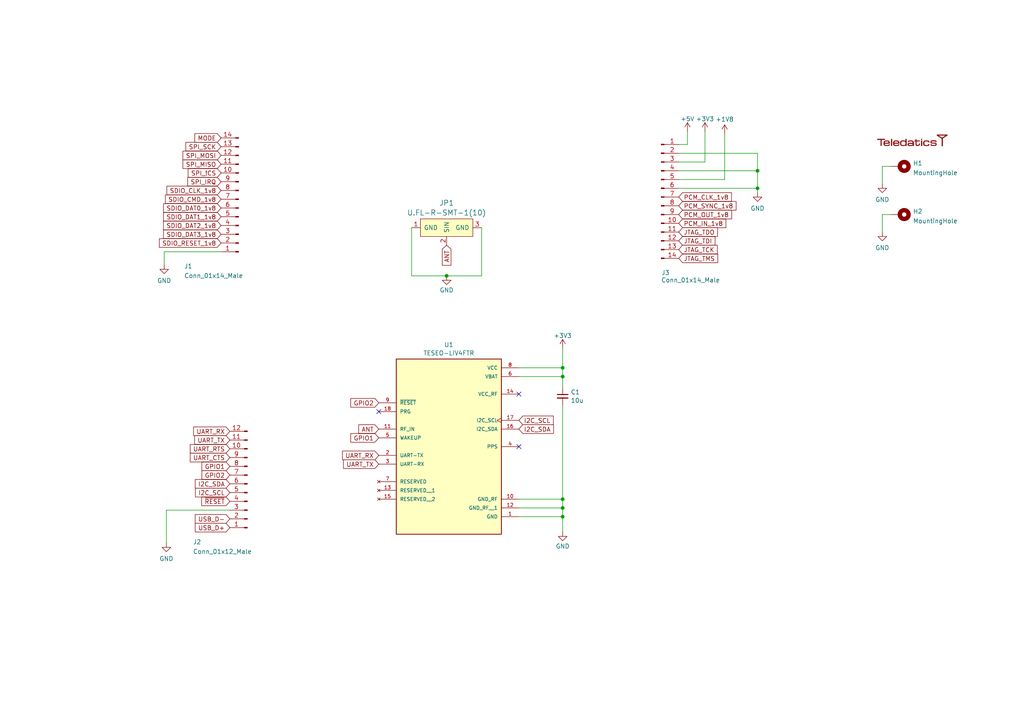
<source format=kicad_sch>
(kicad_sch (version 20231120) (generator "eeschema") (generator_version "8.0")
  (paper "A4")
  (title_block (title "TD-WRLS GPS hAT") (date "2024-09-02") (rev "1.0") (company "Teledatics Inc") (comment 1 "James Ewing"))
  (lib_symbols
    (symbol "Conn_01x14_Male_1" (pin_names (offset 1.016) hide)
      (property "Reference" "J" (at 0 17.78 0))
      (property "Value" "Conn_01x14_Male_1" (at 0 -20.32 0))
      (symbol "Conn_01x14_Male_1_1_1"
        (polyline (pts (xy 1.27 -17.78) (xy 0.8636 -17.78)) (stroke (width 0.1524)))
        (polyline (pts (xy 1.27 -15.24) (xy 0.8636 -15.24)) (stroke (width 0.1524)))
        (polyline (pts (xy 1.27 -12.7) (xy 0.8636 -12.7)) (stroke (width 0.1524)))
        (polyline (pts (xy 1.27 -10.16) (xy 0.8636 -10.16)) (stroke (width 0.1524)))
        (polyline (pts (xy 1.27 -7.62) (xy 0.8636 -7.62)) (stroke (width 0.1524)))
        (polyline (pts (xy 1.27 -5.08) (xy 0.8636 -5.08)) (stroke (width 0.1524)))
        (polyline (pts (xy 1.27 -2.54) (xy 0.8636 -2.54)) (stroke (width 0.1524)))
        (polyline (pts (xy 1.27 0) (xy 0.8636 0)) (stroke (width 0.1524)))
        (polyline (pts (xy 1.27 2.54) (xy 0.8636 2.54)) (stroke (width 0.1524)))
        (polyline (pts (xy 1.27 5.08) (xy 0.8636 5.08)) (stroke (width 0.1524)))
        (polyline (pts (xy 1.27 7.62) (xy 0.8636 7.62)) (stroke (width 0.1524)))
        (polyline (pts (xy 1.27 10.16) (xy 0.8636 10.16)) (stroke (width 0.1524)))
        (polyline (pts (xy 1.27 12.7) (xy 0.8636 12.7)) (stroke (width 0.1524)))
        (polyline (pts (xy 1.27 15.24) (xy 0.8636 15.24)) (stroke (width 0.1524)))
        (rectangle (start 0.8636 -17.653) (end 0 -17.907) (stroke (width 0.1524)) (fill (type outline)))
        (rectangle (start 0.8636 -15.113) (end 0 -15.367) (stroke (width 0.1524)) (fill (type outline)))
        (rectangle (start 0.8636 -12.573) (end 0 -12.827) (stroke (width 0.1524)) (fill (type outline)))
        (rectangle (start 0.8636 -10.033) (end 0 -10.287) (stroke (width 0.1524)) (fill (type outline)))
        (rectangle (start 0.8636 -7.493) (end 0 -7.747) (stroke (width 0.1524)) (fill (type outline)))
        (rectangle (start 0.8636 -4.953) (end 0 -5.207) (stroke (width 0.1524)) (fill (type outline)))
        (rectangle (start 0.8636 -2.413) (end 0 -2.667) (stroke (width 0.1524)) (fill (type outline)))
        (rectangle (start 0.8636 0.127) (end 0 -0.127) (stroke (width 0.1524)) (fill (type outline)))
        (rectangle (start 0.8636 2.667) (end 0 2.413) (stroke (width 0.1524)) (fill (type outline)))
        (rectangle (start 0.8636 5.207) (end 0 4.953) (stroke (width 0.1524)) (fill (type outline)))
        (rectangle (start 0.8636 7.747) (end 0 7.493) (stroke (width 0.1524)) (fill (type outline)))
        (rectangle (start 0.8636 10.287) (end 0 10.033) (stroke (width 0.1524)) (fill (type outline)))
        (rectangle (start 0.8636 12.827) (end 0 12.573) (stroke (width 0.1524)) (fill (type outline)))
        (rectangle (start 0.8636 15.367) (end 0 15.113) (stroke (width 0.1524)) (fill (type outline)))
        (pin passive line (at 5.08 15.24 180) (length 3.81) (name "Pin_1") (number "1"))
        (pin passive line (at 5.08 -7.62 180) (length 3.81) (name "Pin_10") (number "10"))
        (pin passive line (at 5.08 -10.16 180) (length 3.81) (name "Pin_11") (number "11"))
        (pin passive line (at 5.08 -12.7 180) (length 3.81) (name "Pin_12") (number "12"))
        (pin passive line (at 5.08 -15.24 180) (length 3.81) (name "Pin_13") (number "13"))
        (pin passive line (at 5.08 -17.78 180) (length 3.81) (name "Pin_14") (number "14"))
        (pin passive line (at 5.08 12.7 180) (length 3.81) (name "Pin_2") (number "2"))
        (pin passive line (at 5.08 10.16 180) (length 3.81) (name "Pin_3") (number "3"))
        (pin passive line (at 5.08 7.62 180) (length 3.81) (name "Pin_4") (number "4"))
        (pin passive line (at 5.08 5.08 180) (length 3.81) (name "Pin_5") (number "5"))
        (pin passive line (at 5.08 2.54 180) (length 3.81) (name "Pin_6") (number "6"))
        (pin passive line (at 5.08 0 180) (length 3.81) (name "Pin_7") (number "7"))
        (pin passive line (at 5.08 -2.54 180) (length 3.81) (name "Pin_8") (number "8"))
        (pin passive line (at 5.08 -5.08 180) (length 3.81) (name "Pin_9") (number "9"))
      )
    )
    (symbol "Connector:Conn_01x12_Male" (pin_names (offset 1.016) hide)
      (property "Reference" "J" (at 0 15.24 0))
      (property "Value" "Conn_01x12_Male" (at 0 -17.78 0))
      (symbol "Conn_01x12_Male_1_1"
        (polyline (pts (xy 1.27 -15.24) (xy 0.8636 -15.24)) (stroke (width 0.1524)))
        (polyline (pts (xy 1.27 -12.7) (xy 0.8636 -12.7)) (stroke (width 0.1524)))
        (polyline (pts (xy 1.27 -10.16) (xy 0.8636 -10.16)) (stroke (width 0.1524)))
        (polyline (pts (xy 1.27 -7.62) (xy 0.8636 -7.62)) (stroke (width 0.1524)))
        (polyline (pts (xy 1.27 -5.08) (xy 0.8636 -5.08)) (stroke (width 0.1524)))
        (polyline (pts (xy 1.27 -2.54) (xy 0.8636 -2.54)) (stroke (width 0.1524)))
        (polyline (pts (xy 1.27 0) (xy 0.8636 0)) (stroke (width 0.1524)))
        (polyline (pts (xy 1.27 2.54) (xy 0.8636 2.54)) (stroke (width 0.1524)))
        (polyline (pts (xy 1.27 5.08) (xy 0.8636 5.08)) (stroke (width 0.1524)))
        (polyline (pts (xy 1.27 7.62) (xy 0.8636 7.62)) (stroke (width 0.1524)))
        (polyline (pts (xy 1.27 10.16) (xy 0.8636 10.16)) (stroke (width 0.1524)))
        (polyline (pts (xy 1.27 12.7) (xy 0.8636 12.7)) (stroke (width 0.1524)))
        (rectangle (start 0.8636 -15.113) (end 0 -15.367) (stroke (width 0.1524)) (fill (type outline)))
        (rectangle (start 0.8636 -12.573) (end 0 -12.827) (stroke (width 0.1524)) (fill (type outline)))
        (rectangle (start 0.8636 -10.033) (end 0 -10.287) (stroke (width 0.1524)) (fill (type outline)))
        (rectangle (start 0.8636 -7.493) (end 0 -7.747) (stroke (width 0.1524)) (fill (type outline)))
        (rectangle (start 0.8636 -4.953) (end 0 -5.207) (stroke (width 0.1524)) (fill (type outline)))
        (rectangle (start 0.8636 -2.413) (end 0 -2.667) (stroke (width 0.1524)) (fill (type outline)))
        (rectangle (start 0.8636 0.127) (end 0 -0.127) (stroke (width 0.1524)) (fill (type outline)))
        (rectangle (start 0.8636 2.667) (end 0 2.413) (stroke (width 0.1524)) (fill (type outline)))
        (rectangle (start 0.8636 5.207) (end 0 4.953) (stroke (width 0.1524)) (fill (type outline)))
        (rectangle (start 0.8636 7.747) (end 0 7.493) (stroke (width 0.1524)) (fill (type outline)))
        (rectangle (start 0.8636 10.287) (end 0 10.033) (stroke (width 0.1524)) (fill (type outline)))
        (rectangle (start 0.8636 12.827) (end 0 12.573) (stroke (width 0.1524)) (fill (type outline)))
        (pin passive line (at 5.08 12.7 180) (length 3.81) (name "Pin_1") (number "1"))
        (pin passive line (at 5.08 -10.16 180) (length 3.81) (name "Pin_10") (number "10"))
        (pin passive line (at 5.08 -12.7 180) (length 3.81) (name "Pin_11") (number "11"))
        (pin passive line (at 5.08 -15.24 180) (length 3.81) (name "Pin_12") (number "12"))
        (pin passive line (at 5.08 10.16 180) (length 3.81) (name "Pin_2") (number "2"))
        (pin passive line (at 5.08 7.62 180) (length 3.81) (name "Pin_3") (number "3"))
        (pin passive line (at 5.08 5.08 180) (length 3.81) (name "Pin_4") (number "4"))
        (pin passive line (at 5.08 2.54 180) (length 3.81) (name "Pin_5") (number "5"))
        (pin passive line (at 5.08 0 180) (length 3.81) (name "Pin_6") (number "6"))
        (pin passive line (at 5.08 -2.54 180) (length 3.81) (name "Pin_7") (number "7"))
        (pin passive line (at 5.08 -5.08 180) (length 3.81) (name "Pin_8") (number "8"))
        (pin passive line (at 5.08 -7.62 180) (length 3.81) (name "Pin_9") (number "9"))
      )
    )
    (symbol "Connector:Conn_01x14_Male" (pin_names (offset 1.016) hide)
      (property "Reference" "J" (at 0 17.78 0))
      (property "Value" "Conn_01x14_Male" (at 0 -20.32 0))
      (symbol "Conn_01x14_Male_1_1"
        (polyline (pts (xy 1.27 -17.78) (xy 0.8636 -17.78)) (stroke (width 0.1524)))
        (polyline (pts (xy 1.27 -15.24) (xy 0.8636 -15.24)) (stroke (width 0.1524)))
        (polyline (pts (xy 1.27 -12.7) (xy 0.8636 -12.7)) (stroke (width 0.1524)))
        (polyline (pts (xy 1.27 -10.16) (xy 0.8636 -10.16)) (stroke (width 0.1524)))
        (polyline (pts (xy 1.27 -7.62) (xy 0.8636 -7.62)) (stroke (width 0.1524)))
        (polyline (pts (xy 1.27 -5.08) (xy 0.8636 -5.08)) (stroke (width 0.1524)))
        (polyline (pts (xy 1.27 -2.54) (xy 0.8636 -2.54)) (stroke (width 0.1524)))
        (polyline (pts (xy 1.27 0) (xy 0.8636 0)) (stroke (width 0.1524)))
        (polyline (pts (xy 1.27 2.54) (xy 0.8636 2.54)) (stroke (width 0.1524)))
        (polyline (pts (xy 1.27 5.08) (xy 0.8636 5.08)) (stroke (width 0.1524)))
        (polyline (pts (xy 1.27 7.62) (xy 0.8636 7.62)) (stroke (width 0.1524)))
        (polyline (pts (xy 1.27 10.16) (xy 0.8636 10.16)) (stroke (width 0.1524)))
        (polyline (pts (xy 1.27 12.7) (xy 0.8636 12.7)) (stroke (width 0.1524)))
        (polyline (pts (xy 1.27 15.24) (xy 0.8636 15.24)) (stroke (width 0.1524)))
        (rectangle (start 0.8636 -17.653) (end 0 -17.907) (stroke (width 0.1524)) (fill (type outline)))
        (rectangle (start 0.8636 -15.113) (end 0 -15.367) (stroke (width 0.1524)) (fill (type outline)))
        (rectangle (start 0.8636 -12.573) (end 0 -12.827) (stroke (width 0.1524)) (fill (type outline)))
        (rectangle (start 0.8636 -10.033) (end 0 -10.287) (stroke (width 0.1524)) (fill (type outline)))
        (rectangle (start 0.8636 -7.493) (end 0 -7.747) (stroke (width 0.1524)) (fill (type outline)))
        (rectangle (start 0.8636 -4.953) (end 0 -5.207) (stroke (width 0.1524)) (fill (type outline)))
        (rectangle (start 0.8636 -2.413) (end 0 -2.667) (stroke (width 0.1524)) (fill (type outline)))
        (rectangle (start 0.8636 0.127) (end 0 -0.127) (stroke (width 0.1524)) (fill (type outline)))
        (rectangle (start 0.8636 2.667) (end 0 2.413) (stroke (width 0.1524)) (fill (type outline)))
        (rectangle (start 0.8636 5.207) (end 0 4.953) (stroke (width 0.1524)) (fill (type outline)))
        (rectangle (start 0.8636 7.747) (end 0 7.493) (stroke (width 0.1524)) (fill (type outline)))
        (rectangle (start 0.8636 10.287) (end 0 10.033) (stroke (width 0.1524)) (fill (type outline)))
        (rectangle (start 0.8636 12.827) (end 0 12.573) (stroke (width 0.1524)) (fill (type outline)))
        (rectangle (start 0.8636 15.367) (end 0 15.113) (stroke (width 0.1524)) (fill (type outline)))
        (pin passive line (at 5.08 15.24 180) (length 3.81) (name "Pin_1") (number "1"))
        (pin passive line (at 5.08 -7.62 180) (length 3.81) (name "Pin_10") (number "10"))
        (pin passive line (at 5.08 -10.16 180) (length 3.81) (name "Pin_11") (number "11"))
        (pin passive line (at 5.08 -12.7 180) (length 3.81) (name "Pin_12") (number "12"))
        (pin passive line (at 5.08 -15.24 180) (length 3.81) (name "Pin_13") (number "13"))
        (pin passive line (at 5.08 -17.78 180) (length 3.81) (name "Pin_14") (number "14"))
        (pin passive line (at 5.08 12.7 180) (length 3.81) (name "Pin_2") (number "2"))
        (pin passive line (at 5.08 10.16 180) (length 3.81) (name "Pin_3") (number "3"))
        (pin passive line (at 5.08 7.62 180) (length 3.81) (name "Pin_4") (number "4"))
        (pin passive line (at 5.08 5.08 180) (length 3.81) (name "Pin_5") (number "5"))
        (pin passive line (at 5.08 2.54 180) (length 3.81) (name "Pin_6") (number "6"))
        (pin passive line (at 5.08 0 180) (length 3.81) (name "Pin_7") (number "7"))
        (pin passive line (at 5.08 -2.54 180) (length 3.81) (name "Pin_8") (number "8"))
        (pin passive line (at 5.08 -5.08 180) (length 3.81) (name "Pin_9") (number "9"))
      )
    )
    (symbol "Device:C_Small" (pin_numbers hide) (pin_names (offset 0.254) hide)
      (property "Reference" "C" (at 0.254 1.778 0))
      (property "Value" "C_Small" (at 0.254 -2.032 0))
      (symbol "C_Small_0_1"
        (polyline (pts (xy -1.524 -0.508) (xy 1.524 -0.508)) (stroke (width 0.3302)))
        (polyline (pts (xy -1.524 0.508) (xy 1.524 0.508)) (stroke (width 0.3048)))
      )
      (symbol "C_Small_1_1"
        (pin passive line (at 0 2.54 270) (length 2.032) (name "~") (number "1"))
        (pin passive line (at 0 -2.54 90) (length 2.032) (name "~") (number "2"))
      )
    )
    (symbol "GND_1" (power) (pin_numbers hide) (pin_names (offset 0) hide)
      (property "Value" "GND" (at 0 -3.81 0))
      (symbol "GND_1_0_1"
        (polyline (pts (xy 0 0) (xy 0 -1.27) (xy 1.27 -1.27) (xy 0 -2.54) (xy -1.27 -1.27) (xy 0 -1.27)))
      )
      (symbol "GND_1_1_1"
        (pin power_in line (at 0 0 270) (length 0) (name "~") (number "1"))
      )
    )
    (symbol "Mechanical:MountingHole_Pad" (pin_numbers hide) (pin_names (offset 1.016) hide)
      (property "Reference" "H" (at 0 6.35 0))
      (property "Value" "MountingHole_Pad" (at 0 4.445 0))
      (symbol "MountingHole_Pad_0_1"
        (circle (center 0 1.27) (radius 1.27) (stroke (width 1.27)))
      )
      (symbol "MountingHole_Pad_1_1"
        (pin input line (at 0 -2.54 90) (length 2.54) (name "1") (number "1"))
      )
    )
    (symbol "RF_GPS:TESEO-LIV4FTR" (pin_names (offset 1.016))
      (property "Reference" "U" (at -15.24 22.86 0))
      (property "Value" "TESEO-LIV4FTR" (at -15.24 -30.48 0))
      (symbol "TESEO-LIV4FTR_0_0"
        (rectangle (start -15.24 -27.94) (end 15.24 22.86) (stroke (width 0.254)) (fill (type background)))
        (pin power_in line (at 20.32 -22.86 180) (length 5.08) (name "GND") (number "1"))
        (pin power_in line (at 20.32 -17.78 180) (length 5.08) (name "GND_RF") (number "10"))
        (pin input line (at -20.32 2.54 0) (length 5.08) (name "RF_IN") (number "11"))
        (pin power_in line (at 20.32 -20.32 180) (length 5.08) (name "GND_RF__1") (number "12"))
        (pin no_connect line (at -20.32 -15.24 0) (length 5.08) (name "RESERVED__1") (number "13"))
        (pin power_in line (at 20.32 12.7 180) (length 5.08) (name "VCC_RF") (number "14"))
        (pin no_connect line (at -20.32 -17.78 0) (length 5.08) (name "RESERVED__2") (number "15"))
        (pin bidirectional line (at 20.32 2.54 180) (length 5.08) (name "I2C_SDA") (number "16"))
        (pin bidirectional clock (at 20.32 5.08 180) (length 5.08) (name "I2C_SCL") (number "17"))
        (pin input line (at -20.32 7.62 0) (length 5.08) (name "PRG") (number "18"))
        (pin output line (at -20.32 -5.08 0) (length 5.08) (name "UART-TX") (number "2"))
        (pin input line (at -20.32 -7.62 0) (length 5.08) (name "UART-RX") (number "3"))
        (pin output line (at 20.32 -2.54 180) (length 5.08) (name "PPS") (number "4"))
        (pin input line (at -20.32 0 0) (length 5.08) (name "WAKEUP") (number "5"))
        (pin power_in line (at 20.32 17.78 180) (length 5.08) (name "VBAT") (number "6"))
        (pin no_connect line (at -20.32 -12.7 0) (length 5.08) (name "RESERVED") (number "7"))
        (pin power_in line (at 20.32 20.32 180) (length 5.08) (name "VCC") (number "8"))
        (pin input line (at -20.32 10.16 0) (length 5.08) (name "~{RESET}") (number "9"))
      )
    )
    (symbol "easyeda2kicad:U.FL-R-SMT-1(10)" (pin_names (offset 1.016))
      (property "Reference" "JP?" (at 0 7.62 0))
      (property "Value" "U.FL-R-SMT-1(10)" (at 0 -7.62 0))
      (symbol "U.FL-R-SMT-1(10)_1_1"
        (rectangle (start -7.62 5.08) (end 7.62 0) (fill (type background)))
        (pin unspecified line (at -10.16 2.54 0) (length 2.54) (name "GND") (number "1"))
        (pin unspecified line (at 0 -2.54 90) (length 2.54) (name "SIN") (number "2"))
        (pin unspecified line (at 10.16 2.54 180) (length 2.54) (name "GND") (number "3"))
      )
    )
    (symbol "power:+1V8" (power) (pin_numbers hide) (pin_names (offset 0) hide)
      (property "Value" "+1V8" (at 0 3.556 0))
      (symbol "+1V8_0_1"
        (polyline (pts (xy -0.762 1.27) (xy 0 2.54)))
        (polyline (pts (xy 0 0) (xy 0 2.54)))
        (polyline (pts (xy 0 2.54) (xy 0.762 1.27)))
      )
      (symbol "+1V8_1_1"
        (pin power_in line (at 0 0 90) (length 0) (name "~") (number "1"))
      )
    )
    (symbol "power:+3V3" (power) (pin_names (offset 0))
      (property "Value" "+3V3" (at 0 3.556 0))
      (symbol "+3V3_0_1"
        (polyline (pts (xy -0.762 1.27) (xy 0 2.54)))
        (polyline (pts (xy 0 0) (xy 0 2.54)))
        (polyline (pts (xy 0 2.54) (xy 0.762 1.27)))
      )
      (symbol "+3V3_1_1"
        (pin power_in line (at 0 0 90) (length 0) hide (name "+3V3") (number "1"))
      )
    )
    (symbol "power:+5V" (power) (pin_names (offset 0))
      (property "Value" "+5V" (at 0 3.556 0))
      (symbol "+5V_0_1"
        (polyline (pts (xy -0.762 1.27) (xy 0 2.54)))
        (polyline (pts (xy 0 0) (xy 0 2.54)))
        (polyline (pts (xy 0 2.54) (xy 0.762 1.27)))
      )
      (symbol "+5V_1_1"
        (pin power_in line (at 0 0 90) (length 0) hide (name "+5V") (number "1"))
      )
    )
    (symbol "power:GND" (power) (pin_names (offset 0))
      (property "Value" "GND" (at 0 -3.81 0))
      (symbol "GND_0_1"
        (polyline (pts (xy 0 0) (xy 0 -1.27) (xy 1.27 -1.27) (xy 0 -2.54) (xy -1.27 -1.27) (xy 0 -1.27)))
      )
      (symbol "GND_1_1"
        (pin power_in line (at 0 0 270) (length 0) hide (name "GND") (number "1"))
      )
    )
    (symbol "teledatics:teledatics_logo" (pin_names (offset 1.016))
      (symbol "teledatics_logo_0_0"
        (polyline (pts (xy -7.2151 15.5713) (xy -7.4728 15.5713) (xy -7.4728 13.5835) (xy -7.2151 13.5835) (xy -7.2151 15.5713)) (stroke (width 0.01)) (fill (type outline)))
        (polyline (pts (xy 1.5008 14.3289) (xy 1.4909 15.0744) (xy 1.3712 15.0859) (xy 1.2516 15.0974) (xy 1.2516 13.5835) (xy 1.5108 13.5835) (xy 1.5008 14.3289)) (stroke (width 0.01)) (fill (type outline)))
        (polyline (pts (xy -10.2705 15.3505) (xy -9.2765 15.3505) (xy -9.2765 15.5713) (xy -11.4852 15.5713) (xy -11.4852 15.3505) (xy -10.4913 15.3505) (xy -10.4913 13.5835) (xy -10.2705 13.5835) (xy -10.2705 15.3505)) (stroke (width 0.01)) (fill (type outline)))
        (polyline (pts (xy 1.3712 15.3205) (xy 1.4365 15.331) (xy 1.4845 15.3674) (xy 1.5024 15.4517) (xy 1.5038 15.4665) (xy 1.5031 15.5383) (xy 1.4695 15.5665) (xy 1.3827 15.5713) (xy 1.3672 15.5713) (xy 1.288 15.5638) (xy 1.2569 15.5275) (xy 1.2516 15.4402) (xy 1.2516 15.424) (xy 1.2585 15.3459) (xy 1.2916 15.3182) (xy 1.3712 15.3205)) (stroke (width 0.01)) (fill (type outline)))
        (polyline (pts (xy 7.4727 15.7479) (xy 8.1722 16.1778) (xy 8.2692 16.2379) (xy 8.4621 16.3604) (xy 8.6278 16.4698) (xy 8.7572 16.5598) (xy 8.8415 16.6242) (xy 8.8716 16.657) (xy 8.8718 16.6827) (xy 8.87 16.7187) (xy 8.8601 16.748) (xy 8.8354 16.7712) (xy 8.7894 16.789) (xy 8.7155 16.8022) (xy 8.6073 16.8115) (xy 8.4582 16.8175) (xy 8.2615 16.8209) (xy 8.0109 16.8225) (xy 7.6998 16.8229) (xy 7.3215 16.8229) (xy 7.1795 16.8228) (xy 6.864 16.8216) (xy 6.5759 16.8193) (xy 6.3229 16.8159) (xy 6.1127 16.8117) (xy 5.9529 16.8068) (xy 5.8513 16.8013) (xy 5.8157 16.7953) (xy 5.8116 16.7651) (xy 5.7946 16.6909) (xy 5.7933 16.6852) (xy 5.7973 16.6554) (xy 5.8228 16.6183) (xy 5.8605 16.5837) (xy 6.2085 16.5837) (xy 6.767 16.5938) (xy 7.0269 16.597) (xy 7.3236 16.598) (xy 7.6199 16.597) (xy 7.8792 16.5938) (xy 8.4329 16.5837) (xy 7.879 16.2431) (xy 7.7218 16.1472) (xy 7.5591 16.0497) (xy 7.4271 15.9723) (xy 7.3364 15.9215) (xy 7.2976 15.9033) (xy 7.2719 15.9154) (xy 7.1921 15.9615) (xy 7.0697 16.036) (xy 6.9152 16.1323) (xy 6.7394 16.2439) (xy 6.2085 16.5837) (xy 5.8605 16.5837) (xy 5.8767 16.5688) (xy 5.9658 16.5015) (xy 6.097 16.4113) (xy 6.2771 16.2928) (xy 6.5129 16.1409) (xy 7.2519 15.6676) (xy 7.2519 13.5099) (xy 7.4727 13.5099) (xy 7.4727 15.7479)) (stroke (width 0.01)) (fill (type outline)))
        (polyline (pts (xy 0.3894 13.5965) (xy 0.5503 13.6316) (xy 0.558 13.6344) (xy 0.6881 13.7212) (xy 0.7805 13.8691) (xy 0.8331 14.0745) (xy 0.8567 14.2461) (xy 0.7412 14.2461) (xy 0.7241 14.246) (xy 0.6575 14.2371) (xy 0.6307 14.198) (xy 0.6258 14.1071) (xy 0.6256 14.0948) (xy 0.6073 13.9785) (xy 0.5685 13.8862) (xy 0.5681 13.8857) (xy 0.5291 13.8428) (xy 0.4746 13.8182) (xy 0.3853 13.807) (xy 0.2417 13.8044) (xy 0.1943 13.8047) (xy 0.0558 13.8119) (xy -0.0297 13.831) (xy -0.0783 13.8652) (xy -0.097 13.9034) (xy -0.1175 14.0047) (xy -0.1322 14.1675) (xy -0.1417 14.3978) (xy -0.1546 14.8697) (xy 0.7914 14.8903) (xy 0.8031 14.9915) (xy 0.8147 15.0928) (xy -0.1473 15.0928) (xy -0.1473 15.2983) (xy -0.1492 15.4127) (xy -0.1617 15.472) (xy -0.1946 15.4943) (xy -0.2577 15.4977) (xy -0.2594 15.4977) (xy -0.3218 15.4941) (xy -0.3541 15.4712) (xy -0.3663 15.411) (xy -0.3681 15.2952) (xy -0.3681 15.0928) (xy -0.5362 15.0928) (xy -0.6017 15.0921) (xy -0.6708 15.083) (xy -0.695 15.0534) (xy -0.6927 14.9915) (xy -0.6911 14.9786) (xy -0.6726 14.9199) (xy -0.6244 14.8916) (xy -0.5246 14.879) (xy -0.3681 14.8677) (xy -0.3676 14.382) (xy -0.3675 14.3492) (xy -0.3637 14.1237) (xy -0.3517 13.9579) (xy -0.3276 13.8396) (xy -0.2879 13.7567) (xy -0.2288 13.6969) (xy -0.1468 13.648) (xy -0.1251 13.6382) (xy 0.0218 13.6004) (xy 0.2033 13.5863) (xy 0.3894 13.5965)) (stroke (width 0.01)) (fill (type outline)))
        (polyline (pts (xy -3.6654 13.5797) (xy -3.4808 13.6346) (xy -3.3474 13.7146) (xy -3.3046 13.7508) (xy -3.2803 13.7485) (xy -3.2763 13.6812) (xy -3.2699 13.621) (xy -3.2343 13.5901) (xy -3.1474 13.5835) (xy -3.0186 13.5835) (xy -3.0186 15.5713) (xy -3.2763 15.5713) (xy -3.2763 14.9805) (xy -3.3936 15.0411) (xy -3.4252 15.0551) (xy -3.5639 15.091) (xy -3.7453 15.1142) (xy -3.9464 15.1234) (xy -4.1445 15.1174) (xy -4.3165 15.0947) (xy -4.3415 15.0892) (xy -4.5321 15.0253) (xy -4.6708 14.927) (xy -4.7632 14.7861) (xy -4.8152 14.5943) (xy -4.8325 14.3431) (xy -4.831 14.3095) (xy -4.6013 14.3095) (xy -4.5886 14.5117) (xy -4.5451 14.6795) (xy -4.4739 14.7954) (xy -4.4667 14.8025) (xy -4.419 14.8431) (xy -4.3642 14.8697) (xy -4.2856 14.8861) (xy -4.1667 14.8959) (xy -3.9908 14.9029) (xy -3.9353 14.9045) (xy -3.7195 14.9034) (xy -3.5624 14.8861) (xy -3.4523 14.8489) (xy -3.3776 14.7884) (xy -3.3269 14.7011) (xy -3.3236 14.6926) (xy -3.2962 14.5739) (xy -3.2808 14.4146) (xy -3.2777 14.2427) (xy -3.2877 14.0865) (xy -3.3114 13.9743) (xy -3.3562 13.8997) (xy -3.4366 13.8229) (xy -3.5284 13.7869) (xy -3.677 13.7603) (xy -3.8578 13.7472) (xy -4.0499 13.7489) (xy -4.2324 13.7669) (xy -4.3506 13.7929) (xy -4.4713 13.8556) (xy -4.5449 13.9607) (xy -4.5858 14.1227) (xy -4.6013 14.3095) (xy -4.831 14.3095) (xy -4.8226 14.1256) (xy -4.7786 13.924) (xy -4.6952 13.7744) (xy -4.5676 13.6688) (xy -4.3909 13.599) (xy -4.3407 13.5866) (xy -4.114 13.5537) (xy -3.8827 13.5521) (xy -3.6654 13.5797)) (stroke (width 0.01)) (fill (type outline)))
        (polyline (pts (xy 3.0093 13.5598) (xy 3.1958 13.5855) (xy 3.2149 13.5899) (xy 3.3919 13.6641) (xy 3.5192 13.7844) (xy 3.5882 13.9424) (xy 3.5928 13.965) (xy 3.5993 14.0324) (xy 3.5682 14.058) (xy 3.4816 14.0621) (xy 3.419 14.0594) (xy 3.3639 14.0387) (xy 3.3498 13.9884) (xy 3.347 13.9552) (xy 3.2932 13.8585) (xy 3.1725 13.7897) (xy 2.9858 13.7496) (xy 2.9405 13.7449) (xy 2.7124 13.737) (xy 2.5047 13.7548) (xy 2.3344 13.7959) (xy 2.2183 13.8578) (xy 2.1967 13.8773) (xy 2.1564 13.9269) (xy 2.1315 13.9928) (xy 2.1166 14.0942) (xy 2.1062 14.2501) (xy 2.1025 14.4512) (xy 2.1209 14.624) (xy 2.1676 14.7452) (xy 2.2467 14.825) (xy 2.3623 14.8737) (xy 2.3949 14.8815) (xy 2.5433 14.9015) (xy 2.7173 14.9078) (xy 2.8972 14.9014) (xy 3.0631 14.8836) (xy 3.1953 14.8556) (xy 3.2741 14.8186) (xy 3.324 14.7565) (xy 3.3498 14.6821) (xy 3.3538 14.654) (xy 3.3911 14.6226) (xy 3.4827 14.6142) (xy 3.4993 14.6143) (xy 3.577 14.6203) (xy 3.6015 14.6485) (xy 3.5906 14.7155) (xy 3.5677 14.7892) (xy 3.4754 14.9413) (xy 3.3371 15.0376) (xy 3.2156 15.075) (xy 3.0255 15.1047) (xy 2.8115 15.1158) (xy 2.5927 15.109) (xy 2.3884 15.0852) (xy 2.2178 15.0451) (xy 2.1002 14.9894) (xy 2.082 14.9755) (xy 1.98 14.8731) (xy 1.914 14.7479) (xy 1.8781 14.5836) (xy 1.8661 14.3641) (xy 1.867 14.2462) (xy 1.8847 14.0242) (xy 1.9287 13.8587) (xy 2.0044 13.7395) (xy 2.1174 13.6563) (xy 2.2731 13.5987) (xy 2.3613 13.5799) (xy 2.5619 13.5574) (xy 2.788 13.5506) (xy 3.0093 13.5598)) (stroke (width 0.01)) (fill (type outline)))
        (polyline (pts (xy -8.6323 13.5602) (xy -8.5125 13.5646) (xy -8.292 13.5849) (xy -8.1303 13.6229) (xy -8.0175 13.6831) (xy -7.9442 13.7698) (xy -7.9005 13.8872) (xy -7.8986 13.8953) (xy -7.8908 13.9586) (xy -7.9205 13.9839) (xy -8.0058 13.9884) (xy -8.0148 13.9884) (xy -8.1064 13.9744) (xy -8.1354 13.9341) (xy -8.1354 13.9325) (xy -8.1656 13.8754) (xy -8.235 13.8144) (xy -8.2446 13.8084) (xy -8.3106 13.7793) (xy -8.4018 13.7611) (xy -8.5344 13.7518) (xy -8.7245 13.7492) (xy -8.8122 13.7499) (xy -9.0093 13.7602) (xy -9.1496 13.7868) (xy -9.2449 13.8349) (xy -9.3071 13.9095) (xy -9.3481 14.0157) (xy -9.3547 14.0389) (xy -9.3744 14.1108) (xy -9.3806 14.1638) (xy -9.3648 14.2009) (xy -9.3184 14.2248) (xy -9.2328 14.2384) (xy -9.0994 14.2446) (xy -8.9095 14.2462) (xy -8.6547 14.2461) (xy -8.5448 14.2461) (xy -8.3097 14.2466) (xy -8.1362 14.2507) (xy -8.0155 14.262) (xy -7.939 14.284) (xy -7.8979 14.32) (xy -7.8836 14.3736) (xy -7.8873 14.4482) (xy -7.9005 14.5473) (xy -7.9508 14.7394) (xy -8.0605 14.9098) (xy -8.2274 15.0344) (xy -8.2404 15.041) (xy -8.3264 15.0762) (xy -8.4253 15.0975) (xy -8.5574 15.1079) (xy -8.7428 15.1105) (xy -8.8846 15.1072) (xy -9.1341 15.0785) (xy -9.324 15.0153) (xy -9.4609 14.9119) (xy -9.551 14.7621) (xy -9.6009 14.56) (xy -9.6043 14.505) (xy -9.387 14.505) (xy -9.3863 14.528) (xy -9.3506 14.6731) (xy -9.2718 14.7942) (xy -9.1646 14.8669) (xy -9.1429 14.8736) (xy -9.0077 14.8969) (xy -8.8371 14.9069) (xy -8.658 14.9037) (xy -8.4976 14.8877) (xy -8.3827 14.8592) (xy -8.2717 14.7994) (xy -8.1893 14.7041) (xy -8.1472 14.5623) (xy -8.1257 14.4302) (xy -8.7564 14.4302) (xy -8.9702 14.4305) (xy -9.1402 14.4322) (xy -9.2564 14.4366) (xy -9.3289 14.4448) (xy -9.368 14.4582) (xy -9.3839 14.4778) (xy -9.387 14.505) (xy -9.6043 14.505) (xy -9.617 14.2997) (xy -9.6168 14.2306) (xy -9.6088 14.0743) (xy -9.5872 13.9631) (xy -9.5487 13.8759) (xy -9.5054 13.811) (xy -9.3526 13.6665) (xy -9.1616 13.5814) (xy -9.104 13.5722) (xy -8.976 13.5631) (xy -8.8116 13.5587) (xy -8.6323 13.5602)) (stroke (width 0.01)) (fill (type outline)))
        (polyline (pts (xy -5.8715 13.5602) (xy -5.7516 13.5646) (xy -5.5311 13.5849) (xy -5.3694 13.6229) (xy -5.2567 13.6831) (xy -5.1833 13.7698) (xy -5.1396 13.8872) (xy -5.1377 13.8953) (xy -5.1299 13.9586) (xy -5.1597 13.9839) (xy -5.245 13.9884) (xy -5.254 13.9884) (xy -5.3455 13.9744) (xy -5.3745 13.9341) (xy -5.3746 13.9325) (xy -5.4047 13.8754) (xy -5.4742 13.8144) (xy -5.4838 13.8084) (xy -5.5497 13.7793) (xy -5.6409 13.7611) (xy -5.7736 13.7518) (xy -5.9636 13.7492) (xy -6.0513 13.7499) (xy -6.2484 13.7602) (xy -6.3887 13.7868) (xy -6.484 13.8349) (xy -6.5463 13.9095) (xy -6.5873 14.0157) (xy -6.5938 14.0389) (xy -6.6135 14.1108) (xy -6.6197 14.1638) (xy -6.604 14.2009) (xy -6.5576 14.2248) (xy -6.472 14.2384) (xy -6.3385 14.2446) (xy -6.1487 14.2462) (xy -5.8938 14.2461) (xy -5.7839 14.2461) (xy -5.5489 14.2466) (xy -5.3753 14.2507) (xy -5.2546 14.262) (xy -5.1781 14.284) (xy -5.137 14.32) (xy -5.1227 14.3736) (xy -5.1265 14.4482) (xy -5.1396 14.5473) (xy -5.1899 14.7394) (xy -5.2996 14.9098) (xy -5.4665 15.0344) (xy -5.4796 15.041) (xy -5.5655 15.0762) (xy -5.6645 15.0975) (xy -5.7965 15.1079) (xy -5.9819 15.1105) (xy -6.1237 15.1072) (xy -6.3732 15.0785) (xy -6.5632 15.0153) (xy -6.7 14.9119) (xy -6.7902 14.7621) (xy -6.8401 14.56) (xy -6.8435 14.505) (xy -6.6261 14.505) (xy -6.6254 14.528) (xy -6.5897 14.6731) (xy -6.5109 14.7942) (xy -6.4037 14.8669) (xy -6.382 14.8736) (xy -6.2468 14.8969) (xy -6.0762 14.9069) (xy -5.8972 14.9037) (xy -5.7367 14.8877) (xy -5.6218 14.8592) (xy -5.5108 14.7994) (xy -5.4284 14.7041) (xy -5.3863 14.5623) (xy -5.3649 14.4302) (xy -5.9955 14.4302) (xy -6.2093 14.4305) (xy -6.3794 14.4322) (xy -6.4955 14.4366) (xy -6.568 14.4448) (xy -6.6071 14.4582) (xy -6.6231 14.4778) (xy -6.6261 14.505) (xy -6.8435 14.505) (xy -6.8562 14.2997) (xy -6.8559 14.2306) (xy -6.8479 14.0743) (xy -6.8263 13.9631) (xy -6.7879 13.8759) (xy -6.7445 13.811) (xy -6.5917 13.6665) (xy -6.4007 13.5814) (xy -6.3431 13.5722) (xy -6.2152 13.5631) (xy -6.0507 13.5587) (xy -5.8715 13.5602)) (stroke (width 0.01)) (fill (type outline)))
        (polyline (pts (xy -1.6111 13.5598) (xy -1.4755 13.5826) (xy -1.3625 13.6314) (xy -1.2641 13.6995) (xy -1.178 13.7804) (xy -1.178 13.682) (xy -1.1705 13.6181) (xy -1.1331 13.5895) (xy -1.0441 13.5835) (xy -0.9102 13.5835) (xy -0.9286 14.1081) (xy -0.937 14.2987) (xy -0.9544 14.5133) (xy -0.9808 14.6753) (xy -1.0194 14.7972) (xy -1.0733 14.8912) (xy -1.1456 14.9696) (xy -1.2906 15.0567) (xy -1.5018 15.111) (xy -1.7744 15.1294) (xy -1.7921 15.1293) (xy -2.0618 15.1128) (xy -2.2799 15.0676) (xy -2.4417 14.996) (xy -2.5422 14.8999) (xy -2.5768 14.7816) (xy -2.5735 14.7366) (xy -2.5434 14.697) (xy -2.463 14.6879) (xy -2.3734 14.7032) (xy -2.331 14.757) (xy -2.3173 14.7906) (xy -2.2587 14.8457) (xy -2.1524 14.8822) (xy -1.9902 14.9025) (xy -1.7636 14.9087) (xy -1.6026 14.9075) (xy -1.4849 14.9015) (xy -1.4081 14.8875) (xy -1.3552 14.8623) (xy -1.3094 14.8226) (xy -1.2974 14.8086) (xy -1.252 14.7245) (xy -1.2125 14.6106) (xy -1.185 14.4911) (xy -1.1753 14.3904) (xy -1.1895 14.3328) (xy -1.2249 14.3329) (xy -1.2945 14.3628) (xy -1.3463 14.3813) (xy -1.4626 14.3986) (xy -1.6396 14.4086) (xy -1.8838 14.4118) (xy -2.0272 14.4114) (xy -2.1922 14.4084) (xy -2.3069 14.4011) (xy -2.3856 14.3875) (xy -2.4424 14.366) (xy -2.4912 14.3346) (xy -2.5301 14.3013) (xy -2.6221 14.1684) (xy -2.6649 14.0111) (xy -2.6628 13.9903) (xy -2.4296 13.9903) (xy -2.4293 14.0116) (xy -2.4185 14.0905) (xy -2.3846 14.146) (xy -2.3175 14.1815) (xy -2.2073 14.2006) (xy -2.0439 14.2068) (xy -1.8171 14.2036) (xy -1.6814 14.1997) (xy -1.5195 14.1927) (xy -1.4088 14.1825) (xy -1.3358 14.1671) (xy -1.2866 14.1441) (xy -1.2478 14.1114) (xy -1.2209 14.0796) (xy -1.1871 13.9785) (xy -1.2189 13.8821) (xy -1.3127 13.8084) (xy -1.3714 13.7899) (xy -1.5051 13.7675) (xy -1.6738 13.7523) (xy -1.8544 13.7456) (xy -2.024 13.7486) (xy -2.1595 13.7626) (xy -2.1912 13.7688) (xy -2.3294 13.815) (xy -2.406 13.8865) (xy -2.4296 13.9903) (xy -2.6628 13.9903) (xy -2.6495 13.8568) (xy -2.6251 13.7933) (xy -2.5664 13.7068) (xy -2.4733 13.647) (xy -2.3263 13.5982) (xy -2.1786 13.5708) (xy -1.9899 13.5543) (xy -1.7916 13.5505) (xy -1.6111 13.5598)) (stroke (width 0.01)) (fill (type outline)))
        (polyline (pts (xy 4.9003 13.5972) (xy 4.9953 13.6) (xy 5.2217 13.615) (xy 5.3901 13.6432) (xy 5.512 13.6882) (xy 5.5986 13.7536) (xy 5.6612 13.8432) (xy 5.6896 13.9254) (xy 5.6952 14.078) (xy 5.6571 14.2306) (xy 5.5805 14.3513) (xy 5.551 14.3795) (xy 5.5114 14.408) (xy 5.4601 14.4284) (xy 5.3846 14.4426) (xy 5.2726 14.453) (xy 5.1117 14.4616) (xy 4.8897 14.4705) (xy 4.6717 14.4796) (xy 4.5058 14.4893) (xy 4.3915 14.5007) (xy 4.3176 14.5154) (xy 4.2728 14.5348) (xy 4.2459 14.5608) (xy 4.2186 14.6084) (xy 4.2004 14.734) (xy 4.2487 14.8557) (xy 4.252 14.8601) (xy 4.2842 14.8898) (xy 4.3355 14.9103) (xy 4.4194 14.9238) (xy 4.5496 14.9327) (xy 4.7398 14.9393) (xy 4.8894 14.9411) (xy 5.1323 14.93) (xy 5.307 14.8996) (xy 5.4127 14.8501) (xy 5.4481 14.7818) (xy 5.4492 14.7704) (xy 5.4853 14.7353) (xy 5.5809 14.7247) (xy 5.5978 14.7247) (xy 5.6753 14.7308) (xy 5.6996 14.7589) (xy 5.6885 14.8259) (xy 5.6671 14.8918) (xy 5.6029 14.9922) (xy 5.5002 15.0647) (xy 5.3507 15.1124) (xy 5.146 15.1388) (xy 4.8775 15.1473) (xy 4.8102 15.1472) (xy 4.5802 15.1419) (xy 4.4066 15.1268) (xy 4.2756 15.0991) (xy 4.1737 15.0564) (xy 4.0872 14.996) (xy 4.0729 14.9838) (xy 4.0104 14.9161) (xy 3.9822 14.8383) (xy 3.9756 14.719) (xy 3.9829 14.586) (xy 4.0127 14.4746) (xy 4.0734 14.3936) (xy 4.1734 14.3384) (xy 4.3213 14.3046) (xy 4.5256 14.2876) (xy 4.7945 14.2829) (xy 4.8499 14.2828) (xy 5.0726 14.2782) (xy 5.2333 14.2646) (xy 5.3417 14.2383) (xy 5.4071 14.1962) (xy 5.4393 14.1348) (xy 5.4475 14.0508) (xy 5.439 13.9553) (xy 5.4192 13.8895) (xy 5.3904 13.8581) (xy 5.2817 13.8075) (xy 5.106 13.7775) (xy 4.8613 13.7676) (xy 4.7999 13.7678) (xy 4.597 13.773) (xy 4.4518 13.7878) (xy 4.3518 13.8153) (xy 4.2846 13.8584) (xy 4.2376 13.9202) (xy 4.2154 13.9524) (xy 4.1424 14.0107) (xy 4.0639 14.0312) (xy 4.0013 14.0115) (xy 3.9756 13.9492) (xy 3.9783 13.9065) (xy 4.0284 13.7812) (xy 4.1433 13.6849) (xy 4.3253 13.6154) (xy 4.3262 13.6152) (xy 4.4064 13.6049) (xy 4.5413 13.598) (xy 4.7121 13.5953) (xy 4.9003 13.5972)) (stroke (width 0.01)) (fill (type outline)))
      )
    )
  )
  (junction (at 163.195 109.22))
  (junction (at 129.54 80.01))
  (junction (at 163.195 106.68))
  (junction (at 219.71 49.53))
  (junction (at 163.195 149.86))
  (junction (at 219.71 54.61))
  (junction (at 163.195 144.78))
  (junction (at 163.195 147.32))
  (no_connect (at 150.495 114.3))
  (no_connect (at 109.855 119.38))
  (no_connect (at 150.495 129.54))
  (wire (pts (xy 196.85 49.53) (xy 219.71 49.53)))
  (wire (pts (xy 255.905 53.34) (xy 255.905 48.26)))
  (wire (pts (xy 129.54 80.01) (xy 139.7 80.01)))
  (wire (pts (xy 163.195 117.475) (xy 163.195 144.78)))
  (wire (pts (xy 119.38 66.04) (xy 119.38 80.01)))
  (wire (pts (xy 163.195 109.22) (xy 163.195 112.395)))
  (wire (pts (xy 255.905 67.31) (xy 255.905 62.23)))
  (wire (pts (xy 196.85 41.91) (xy 199.39 41.91)))
  (wire (pts (xy 48.26 147.955) (xy 48.26 157.48)))
  (wire (pts (xy 150.495 106.68) (xy 163.195 106.68)))
  (wire (pts (xy 119.38 80.01) (xy 129.54 80.01)))
  (wire (pts (xy 64.135 73.025) (xy 47.625 73.025)))
  (wire (pts (xy 219.71 49.53) (xy 219.71 54.61)))
  (wire (pts (xy 255.905 48.26) (xy 258.445 48.26)))
  (wire (pts (xy 139.7 66.04) (xy 139.7 80.01)))
  (wire (pts (xy 196.85 52.07) (xy 210.185 52.07)))
  (wire (pts (xy 150.495 147.32) (xy 163.195 147.32)))
  (wire (pts (xy 66.675 147.955) (xy 48.26 147.955)))
  (wire (pts (xy 150.495 109.22) (xy 163.195 109.22)))
  (wire (pts (xy 163.195 149.86) (xy 163.195 154.305)))
  (wire (pts (xy 196.85 54.61) (xy 219.71 54.61)))
  (wire (pts (xy 163.195 147.32) (xy 163.195 149.86)))
  (wire (pts (xy 196.85 46.99) (xy 204.47 46.99)))
  (wire (pts (xy 204.47 38.1) (xy 204.47 46.99)))
  (wire (pts (xy 199.39 38.1) (xy 199.39 41.91)))
  (wire (pts (xy 219.71 44.45) (xy 219.71 49.53)))
  (wire (pts (xy 210.185 52.07) (xy 210.185 38.735)))
  (wire (pts (xy 255.905 62.23) (xy 258.445 62.23)))
  (wire (pts (xy 47.625 73.025) (xy 47.625 76.835)))
  (wire (pts (xy 163.195 144.78) (xy 163.195 147.32)))
  (wire (pts (xy 196.85 44.45) (xy 219.71 44.45)))
  (wire (pts (xy 163.195 106.68) (xy 163.195 100.965)))
  (wire (pts (xy 150.495 144.78) (xy 163.195 144.78)))
  (wire (pts (xy 219.71 54.61) (xy 219.71 55.88)))
  (wire (pts (xy 163.195 109.22) (xy 163.195 106.68)))
  (wire (pts (xy 150.495 149.86) (xy 163.195 149.86)))
  (global_label "ANT" (shape input) (at 129.54 71.12 270) (property "Intersheetrefs" "${INTERSHEET_REFS}" (effects (hide yes))))
  (global_label "GPIO1" (shape input) (at 66.675 135.255 180) (property "Intersheetrefs" "${INTERSHEET_REFS}" (effects (hide yes))))
  (global_label "SPI_IRQ" (shape input) (at 64.135 52.705 180) (property "Intersheetrefs" "${INTERSHEET_REFS}" (effects (hide yes))))
  (global_label "PCM_IN_1v8" (shape input) (at 196.85 64.77 0) (property "Intersheetrefs" "${INTERSHEET_REFS}" (effects (hide yes))))
  (global_label "UART_CTS" (shape input) (at 66.675 132.715 180) (property "Intersheetrefs" "${INTERSHEET_REFS}" (effects (hide yes))))
  (global_label "SDIO_CLK_1v8" (shape input) (at 64.135 55.245 180) (property "Intersheetrefs" "${INTERSHEET_REFS}" (effects (hide yes))))
  (global_label "SDIO_DAT2_1v8" (shape input) (at 64.135 65.405 180) (property "Intersheetrefs" "${INTERSHEET_REFS}" (effects (hide yes))))
  (global_label "MODE" (shape input) (at 64.135 40.005 180) (property "Intersheetrefs" "${INTERSHEET_REFS}" (effects (hide yes))))
  (global_label "PCM_CLK_1v8" (shape input) (at 196.85 57.15 0) (property "Intersheetrefs" "${INTERSHEET_REFS}" (effects (hide yes))))
  (global_label "GPIO2" (shape input) (at 66.675 137.795 180) (property "Intersheetrefs" "${INTERSHEET_REFS}" (effects (hide yes))))
  (global_label "SDIO_CMD_1v8" (shape input) (at 64.135 57.785 180) (property "Intersheetrefs" "${INTERSHEET_REFS}" (effects (hide yes))))
  (global_label "I2C_SCL" (shape input) (at 150.495 121.92 0) (property "Intersheetrefs" "${INTERSHEET_REFS}" (effects (hide yes))))
  (global_label "SPI_!CS" (shape input) (at 64.135 50.165 180) (property "Intersheetrefs" "${INTERSHEET_REFS}" (effects (hide yes))))
  (global_label "USB_D+" (shape input) (at 66.675 153.035 180) (property "Intersheetrefs" "${INTERSHEET_REFS}" (effects (hide yes))))
  (global_label "ANT" (shape input) (at 109.855 124.46 180) (property "Intersheetrefs" "${INTERSHEET_REFS}" (effects (hide yes))))
  (global_label "JTAG_TDO" (shape input) (at 196.85 67.31 0) (property "Intersheetrefs" "${INTERSHEET_REFS}" (effects (hide yes))))
  (global_label "SPI_SCK" (shape input) (at 64.135 42.545 180) (property "Intersheetrefs" "${INTERSHEET_REFS}" (effects (hide yes))))
  (global_label "I2C_SDA" (shape input) (at 150.495 124.46 0) (property "Intersheetrefs" "${INTERSHEET_REFS}" (effects (hide yes))))
  (global_label "PCM_OUT_1v8" (shape input) (at 196.85 62.23 0) (property "Intersheetrefs" "${INTERSHEET_REFS}" (effects (hide yes))))
  (global_label "SDIO_DAT3_1v8" (shape input) (at 64.135 67.945 180) (property "Intersheetrefs" "${INTERSHEET_REFS}" (effects (hide yes))))
  (global_label "USB_D-" (shape input) (at 66.675 150.495 180) (property "Intersheetrefs" "${INTERSHEET_REFS}" (effects (hide yes))))
  (global_label "UART_TX" (shape input) (at 109.855 134.62 180) (property "Intersheetrefs" "${INTERSHEET_REFS}" (effects (hide yes))))
  (global_label "JTAG_TMS" (shape input) (at 196.85 74.93 0) (property "Intersheetrefs" "${INTERSHEET_REFS}" (effects (hide yes))))
  (global_label "JTAG_TCK" (shape input) (at 196.85 72.39 0) (property "Intersheetrefs" "${INTERSHEET_REFS}" (effects (hide yes))))
  (global_label "~{RESET}" (shape input) (at 66.675 145.415 180) (property "Intersheetrefs" "${INTERSHEET_REFS}" (effects (hide yes))))
  (global_label "JTAG_TDI" (shape input) (at 196.85 69.85 0) (property "Intersheetrefs" "${INTERSHEET_REFS}" (effects (hide yes))))
  (global_label "UART_RX" (shape input) (at 109.855 132.08 180) (property "Intersheetrefs" "${INTERSHEET_REFS}" (effects (hide yes))))
  (global_label "SDIO_RESET_1v8" (shape input) (at 64.135 70.485 180) (property "Intersheetrefs" "${INTERSHEET_REFS}" (effects (hide yes))))
  (global_label "UART_RX" (shape input) (at 66.675 125.095 180) (property "Intersheetrefs" "${INTERSHEET_REFS}" (effects (hide yes))))
  (global_label "SPI_MISO" (shape input) (at 64.135 47.625 180) (property "Intersheetrefs" "${INTERSHEET_REFS}" (effects (hide yes))))
  (global_label "I2C_SDA" (shape input) (at 66.675 140.335 180) (property "Intersheetrefs" "${INTERSHEET_REFS}" (effects (hide yes))))
  (global_label "SDIO_DAT0_1v8" (shape input) (at 64.135 60.325 180) (property "Intersheetrefs" "${INTERSHEET_REFS}" (effects (hide yes))))
  (global_label "I2C_SCL" (shape input) (at 66.675 142.875 180) (property "Intersheetrefs" "${INTERSHEET_REFS}" (effects (hide yes))))
  (global_label "PCM_SYNC_1v8" (shape input) (at 196.85 59.69 0) (property "Intersheetrefs" "${INTERSHEET_REFS}" (effects (hide yes))))
  (global_label "SDIO_DAT1_1v8" (shape input) (at 64.135 62.865 180) (property "Intersheetrefs" "${INTERSHEET_REFS}" (effects (hide yes))))
  (global_label "UART_RTS" (shape input) (at 66.675 130.175 180) (property "Intersheetrefs" "${INTERSHEET_REFS}" (effects (hide yes))))
  (global_label "SPI_MOSI" (shape input) (at 64.135 45.085 180) (property "Intersheetrefs" "${INTERSHEET_REFS}" (effects (hide yes))))
  (global_label "GPIO2" (shape input) (at 109.855 116.84 180) (property "Intersheetrefs" "${INTERSHEET_REFS}" (effects (hide yes))))
  (global_label "GPIO1" (shape input) (at 109.855 127 180) (property "Intersheetrefs" "${INTERSHEET_REFS}" (effects (hide yes))))
  (global_label "UART_TX" (shape input) (at 66.675 127.635 180) (property "Intersheetrefs" "${INTERSHEET_REFS}" (effects (hide yes))))
  (symbol (lib_name "GND_1") (lib_id "power:GND") (at 129.54 80.01 0) (unit 1)
    (property "Reference" "#PWR05" (effects (hide yes)))
    (property "Value" "GND" (at 129.54 84.1431 0))
    (property "Description" "Power symbol creates a global label with name \"GND\" , ground" (effects (hide yes)))
  )
  (symbol (lib_id "power:GND") (at 219.71 55.88 0) (unit 1)
    (property "Reference" "#PWR03" (effects (hide yes)))
    (property "Value" "GND" (at 219.71 60.4424 0))
  )
  (symbol (lib_id "power:GND") (at 255.905 53.34 0) (unit 1)
    (property "Reference" "#PWR0102" (effects (hide yes)))
    (property "Value" "GND" (at 255.905 57.9024 0))
  )
  (symbol (lib_name "Conn_01x14_Male_1") (lib_id "Connector:Conn_01x14_Male") (at 69.215 57.785 180) (unit 1)
    (property "Reference" "J1" (at 53.4162 77.1965 0) (effects (justify right)))
    (property "Value" "Conn_01x14_Male" (at 53.4162 79.9716 0) (effects (justify right)))
    (property "Footprint" "Connector_PinHeader_2.54mm:PinHeader_1x14_P2.54mm_Vertical" (effects (hide yes)))
  )
  (symbol (lib_id "Device:C_Small") (at 163.195 114.935 0) (unit 1)
    (property "Reference" "C1" (at 165.5191 113.7291 0) (effects (justify left)))
    (property "Value" "10u" (at 165.5191 116.1534 0) (effects (justify left)))
    (property "Footprint" "Capacitor_SMD:C_0402_1005Metric" (effects (hide yes)))
    (property "Description" "Unpolarized capacitor, small symbol" (effects (hide yes)))
  )
  (symbol (lib_id "power:GND") (at 255.905 67.31 0) (unit 1)
    (property "Reference" "#PWR0101" (effects (hide yes)))
    (property "Value" "GND" (at 255.905 71.8724 0))
  )
  (symbol (lib_id "Connector:Conn_01x12_Male") (at 71.755 140.335 180) (unit 1)
    (property "Reference" "J2" (at 55.9562 157.2065 0) (effects (justify right)))
    (property "Value" "Conn_01x12_Male" (at 55.9562 159.9816 0) (effects (justify right)))
    (property "Footprint" "Connector_PinHeader_2.54mm:PinHeader_1x12_P2.54mm_Vertical" (effects (hide yes)))
  )
  (symbol (lib_id "power:+1V8") (at 210.185 38.735 0) (unit 1)
    (property "Reference" "#PWR02" (effects (hide yes)))
    (property "Value" "+1V8" (at 210.185 34.6019 0))
    (property "Description" "Power symbol creates a global label with name \"+1V8\"" (effects (hide yes)))
  )
  (symbol (lib_id "power:GND") (at 48.26 157.48 0) (unit 1)
    (property "Reference" "#PWR0110" (effects (hide yes)))
    (property "Value" "GND" (at 48.26 162.0424 0))
  )
  (symbol (lib_id "easyeda2kicad:U.FL-R-SMT-1(10)") (at 129.54 68.58 0) (unit 1)
    (property "Reference" "JP1" (at 129.54 58.8696 0) (effects (font (size 1.524 1.524))))
    (property "Value" "U.FL-R-SMT-1(10)" (at 129.54 61.7025 0) (effects (font (size 1.524 1.524))))
    (property "Footprint" "easyeda2kicad:ANT-SMD_UFL-R-SMT-1-10" (effects (hide yes)))
    (property "Datasheet" "https://lcsc.com/product-detail/Connectors_HRS_U-FL-R-SMT-1-10_3310472210-IPE-XBoard-end-IPXConnector-SMD_C88373.html" (effects (hide yes)))
    (property "Manufacturer" "HRS" (effects (hide yes)))
    (property "LCSC Part" "C88373" (effects (hide yes)))
    (property "JLC Part" "Extended Part" (effects (hide yes)))
  )
  (symbol (lib_id "RF_GPS:TESEO-LIV4FTR") (at 130.175 127 0) (unit 1)
    (property "Reference" "U1" (at 130.175 99.9955 0))
    (property "Value" "TESEO-LIV4FTR" (at 130.175 102.4198 0))
    (property "Footprint" "RF_GPS:XCVR_TESEO-LIV4FTR" (effects (hide yes)))
    (property "PARTREV" "4" (effects (hide yes)))
    (property "STANDARD" "Manufacturer Recommendations" (effects (hide yes)))
    (property "MAXIMUM_PACKAGE_HEIGHT" "2.3mm" (effects (hide yes)))
    (property "MANUFACTURER" "ST Microelectronics" (effects (hide yes)))
  )
  (symbol (lib_id "Mechanical:MountingHole_Pad") (at 260.985 62.23 270) (unit 1)
    (property "Reference" "H2" (at 264.795 61.3215 90) (effects (justify left)))
    (property "Value" "MountingHole" (at 264.795 64.0966 90) (effects (justify left)))
    (property "Footprint" "MountingHole:MountingHole_3.2mm_M3_Pad" (effects (hide yes)))
  )
  (symbol (lib_id "Mechanical:MountingHole_Pad") (at 260.985 48.26 270) (unit 1)
    (property "Reference" "H1" (at 264.795 47.3515 90) (effects (justify left)))
    (property "Value" "MountingHole" (at 264.795 50.1266 90) (effects (justify left)))
    (property "Footprint" "MountingHole:MountingHole_3.2mm_M3_Pad" (effects (hide yes)))
  )
  (symbol (lib_id "power:+3V3") (at 204.47 38.1 0) (unit 1)
    (property "Reference" "#PWR0113" (effects (hide yes)))
    (property "Value" "+3V3" (at 204.47 34.4955 0))
  )
  (symbol (lib_id "power:GND") (at 47.625 76.835 0) (unit 1)
    (property "Reference" "#PWR01" (effects (hide yes)))
    (property "Value" "GND" (at 47.625 81.3974 0))
  )
  (symbol (lib_id "power:+3V3") (at 163.195 100.965 0) (unit 1)
    (property "Reference" "#PWR06" (effects (hide yes)))
    (property "Value" "+3V3" (at 163.195 97.3605 0))
  )
  (symbol (lib_name "GND_1") (lib_id "power:GND") (at 163.195 154.305 0) (unit 1)
    (property "Reference" "#PWR04" (effects (hide yes)))
    (property "Value" "GND" (at 163.195 158.4381 0))
    (property "Description" "Power symbol creates a global label with name \"GND\" , ground" (effects (hide yes)))
  )
  (symbol (lib_id "Connector:Conn_01x14_Male") (at 191.77 57.15 0) (unit 1)
    (property "Reference" "J3" (at 194.2338 79.1015 0) (effects (justify right)))
    (property "Value" "Conn_01x14_Male" (at 208.8388 81.2416 0) (effects (justify right)))
    (property "Footprint" "Connector_PinHeader_2.54mm:PinHeader_1x14_P2.54mm_Vertical" (effects (hide yes)))
  )
  (symbol (lib_id "power:+5V") (at 199.39 38.1 0) (unit 1)
    (property "Reference" "#PWR09" (effects (hide yes)))
    (property "Value" "+5V" (at 199.39 34.4955 0))
  )
  (symbol (lib_id "teledatics:teledatics_logo") (at 265.938 55.88 0) (unit 1)
    (property "Reference" "#G1" (effects (hide yes)))
    (property "Value" "teledatics_logo" (effects (hide yes)))
  )
)
</source>
